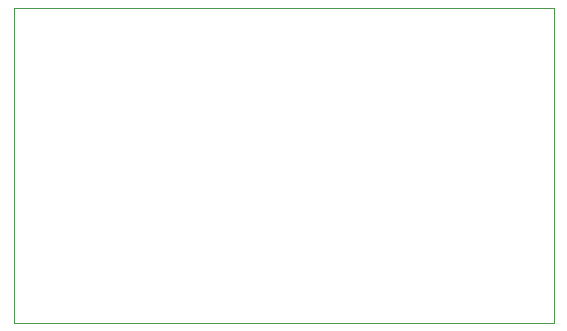
<source format=gbr>
G04 #@! TF.GenerationSoftware,KiCad,Pcbnew,(5.99.0-8616-g1e9639e89c)*
G04 #@! TF.CreationDate,2021-02-03T17:52:52+01:00*
G04 #@! TF.ProjectId,sinitsa,616c6c62-616e-4642-9e6b-696361645f70,rev?*
G04 #@! TF.SameCoordinates,Original*
G04 #@! TF.FileFunction,Profile,NP*
%FSLAX46Y46*%
G04 Gerber Fmt 4.6, Leading zero omitted, Abs format (unit mm)*
G04 Created by KiCad (PCBNEW (5.99.0-8616-g1e9639e89c)) date 2021-02-03 17:52:52*
%MOMM*%
%LPD*%
G01*
G04 APERTURE LIST*
G04 #@! TA.AperFunction,Profile*
%ADD10C,0.050000*%
G04 #@! TD*
G04 APERTURE END LIST*
D10*
X96520000Y-105410000D02*
X96520000Y-132080000D01*
X142240000Y-105410000D02*
X142240000Y-132080000D01*
X96520000Y-132080000D02*
X142240000Y-132080000D01*
X142240000Y-105410000D02*
X96520000Y-105410000D01*
M02*

</source>
